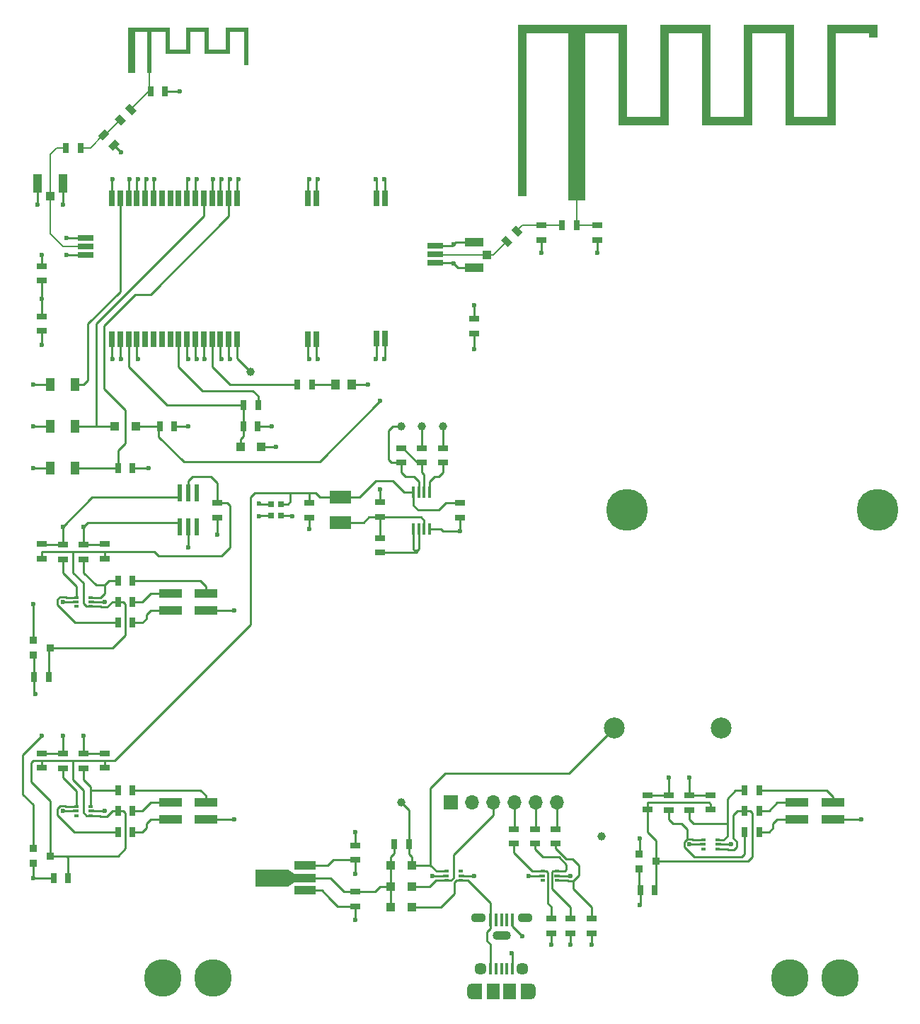
<source format=gbr>
G04 #@! TF.FileFunction,Copper,L1,Top,Signal*
%FSLAX46Y46*%
G04 Gerber Fmt 4.6, Leading zero omitted, Abs format (unit mm)*
G04 Created by KiCad (PCBNEW 4.0.7-e2-6376~61~ubuntu18.04.1) date Thu Aug  9 16:35:42 2018*
%MOMM*%
%LPD*%
G01*
G04 APERTURE LIST*
%ADD10C,0.100000*%
%ADD11R,2.500000X1.000000*%
%ADD12R,4.000000X2.000000*%
%ADD13R,2.200000X1.000000*%
%ADD14R,1.000000X1.000000*%
%ADD15R,0.450000X1.500000*%
%ADD16O,1.800000X1.100000*%
%ADD17O,2.200000X1.100000*%
%ADD18R,1.143000X0.800000*%
%ADD19R,0.800000X1.143000*%
%ADD20R,0.500000X0.375000*%
%ADD21R,0.650000X0.300000*%
%ADD22R,2.750000X1.000000*%
%ADD23R,1.700000X1.700000*%
%ADD24O,1.700000X1.700000*%
%ADD25R,1.000000X2.200000*%
%ADD26R,0.914400X0.914400*%
%ADD27C,1.000000*%
%ADD28R,0.500000X2.000000*%
%ADD29R,0.450000X1.450000*%
%ADD30R,0.900000X0.500000*%
%ADD31R,0.500000X0.500000*%
%ADD32R,2.600000X1.500000*%
%ADD33R,1.500000X1.900000*%
%ADD34C,1.450000*%
%ADD35R,0.400000X1.350000*%
%ADD36O,1.200000X1.900000*%
%ADD37R,1.200000X1.900000*%
%ADD38C,4.500000*%
%ADD39R,0.700000X0.750000*%
%ADD40R,1.000000X1.500000*%
%ADD41R,1.850000X0.700000*%
%ADD42R,0.700000X1.850000*%
%ADD43R,1.000000X1.198880*%
%ADD44C,2.500000*%
%ADD45C,5.000000*%
%ADD46C,0.600000*%
%ADD47C,0.250000*%
%ADD48C,0.190000*%
G04 APERTURE END LIST*
D10*
G36*
X115300000Y-24990000D02*
X117300000Y-24990000D01*
X117300000Y-22350000D01*
X120000000Y-22350000D01*
X120000000Y-24990000D01*
X122000000Y-24990000D01*
X122000000Y-22350000D01*
X124700000Y-22350000D01*
X124700000Y-26790000D01*
X124200000Y-26790000D01*
X124200000Y-22850000D01*
X122500000Y-22850000D01*
X122500000Y-25490000D01*
X119500000Y-25490000D01*
X119500000Y-22850000D01*
X117800000Y-22850000D01*
X117800000Y-25490000D01*
X114800000Y-25490000D01*
X114800000Y-22850000D01*
X113100000Y-22850000D01*
X113100000Y-27750000D01*
X112600000Y-27750000D01*
X112600000Y-22850000D01*
X111200000Y-22850000D01*
X111200000Y-27750000D01*
X110300000Y-27750000D01*
X110300000Y-27506785D01*
X110602417Y-27506785D01*
X110612258Y-27554395D01*
X110636326Y-27596797D01*
X110674269Y-27629581D01*
X110682181Y-27633935D01*
X110724844Y-27646043D01*
X110773363Y-27645300D01*
X110818878Y-27632400D01*
X110837489Y-27621787D01*
X110871132Y-27586553D01*
X110891691Y-27541368D01*
X110898222Y-27491842D01*
X110889782Y-27443583D01*
X110872888Y-27411357D01*
X110837628Y-27378687D01*
X110792318Y-27358592D01*
X110742733Y-27352018D01*
X110694647Y-27359908D01*
X110661755Y-27376814D01*
X110626815Y-27413584D01*
X110607153Y-27458378D01*
X110602417Y-27506785D01*
X110300000Y-27506785D01*
X110300000Y-22350000D01*
X115300000Y-22350000D01*
X115300000Y-24990000D01*
X115300000Y-24990000D01*
G37*
G36*
X163000000Y-43000000D02*
X165000000Y-43000000D01*
X165000000Y-23000000D01*
X169000000Y-23000000D01*
X169000000Y-34000000D01*
X175000000Y-34000000D01*
X175000000Y-23000000D01*
X179000000Y-23000000D01*
X179000000Y-34000000D01*
X185000000Y-34000000D01*
X185000000Y-23000000D01*
X189000000Y-23000000D01*
X189000000Y-34000000D01*
X195000000Y-34000000D01*
X195000000Y-23000000D01*
X199000000Y-23000000D01*
X199000000Y-23500000D01*
X200000000Y-23500000D01*
X200000000Y-22000000D01*
X194000000Y-22000000D01*
X194000000Y-33000000D01*
X190000000Y-33000000D01*
X190000000Y-22000000D01*
X184000000Y-22000000D01*
X184000000Y-33000000D01*
X180000000Y-33000000D01*
X180000000Y-22000000D01*
X174000000Y-22000000D01*
X174000000Y-33000000D01*
X170000000Y-33000000D01*
X170000000Y-22000000D01*
X157000000Y-22000000D01*
X157000000Y-42500000D01*
X158000000Y-42500000D01*
X158000000Y-23000000D01*
X163000000Y-23000000D01*
X163000000Y-43000000D01*
X163000000Y-43000000D01*
G37*
D11*
X131480000Y-125500000D03*
X131480000Y-124000000D03*
X131480000Y-122500000D03*
D12*
X127520000Y-124000000D03*
D10*
G36*
X129495000Y-123000000D02*
X130245000Y-123500000D01*
X130245000Y-124500000D01*
X129495000Y-125000000D01*
X129495000Y-123000000D01*
X129495000Y-123000000D01*
G37*
D13*
X151750000Y-48000000D03*
X151750000Y-51000000D03*
D14*
X153250000Y-49500000D03*
D15*
X155000000Y-129000000D03*
X155650000Y-129000000D03*
X154350000Y-129000000D03*
X156300000Y-129000000D03*
X153700000Y-129000000D03*
D16*
X152200000Y-128750000D03*
X157800000Y-128750000D03*
D17*
X155000000Y-130900000D03*
D18*
X121000000Y-79150000D03*
X121000000Y-80900000D03*
D19*
X113000000Y-30000000D03*
X114750000Y-30000000D03*
D10*
G36*
X106712005Y-35270228D02*
X107520228Y-34462005D01*
X108085913Y-35027690D01*
X107277690Y-35835913D01*
X106712005Y-35270228D01*
X106712005Y-35270228D01*
G37*
G36*
X107949442Y-36507665D02*
X108757665Y-35699442D01*
X109323350Y-36265127D01*
X108515127Y-37073350D01*
X107949442Y-36507665D01*
X107949442Y-36507665D01*
G37*
D18*
X100000000Y-58600000D03*
X100000000Y-56850000D03*
X137500000Y-125650000D03*
X137500000Y-127400000D03*
X137500000Y-121850000D03*
X137500000Y-120100000D03*
X150000000Y-79150000D03*
X150000000Y-80900000D03*
X159750000Y-46000000D03*
X159750000Y-47750000D03*
X166500000Y-46000000D03*
X166500000Y-47750000D03*
D20*
X180850000Y-120537500D03*
X180850000Y-119462500D03*
D21*
X179075000Y-120000000D03*
X180925000Y-120000000D03*
D20*
X179150000Y-119462500D03*
X179150000Y-120537500D03*
X105850000Y-91537500D03*
X105850000Y-90462500D03*
D21*
X104075000Y-91000000D03*
X105925000Y-91000000D03*
D20*
X104150000Y-90462500D03*
X104150000Y-91537500D03*
X150100000Y-124287500D03*
X150100000Y-123212500D03*
D21*
X148325000Y-123750000D03*
X150175000Y-123750000D03*
D20*
X148400000Y-123212500D03*
X148400000Y-124287500D03*
X161600000Y-124287500D03*
X161600000Y-123212500D03*
D21*
X159825000Y-123750000D03*
X161675000Y-123750000D03*
D20*
X159900000Y-123212500D03*
X159900000Y-124287500D03*
X105850000Y-116537500D03*
X105850000Y-115462500D03*
D21*
X104075000Y-116000000D03*
X105925000Y-116000000D03*
D20*
X104150000Y-115462500D03*
X104150000Y-116537500D03*
D22*
X190375000Y-115000000D03*
X194625000Y-115000000D03*
X190375000Y-117000000D03*
X194625000Y-117000000D03*
X115375000Y-90000000D03*
X119625000Y-90000000D03*
X115375000Y-92000000D03*
X119625000Y-92000000D03*
D23*
X148920000Y-115000000D03*
D24*
X151460000Y-115000000D03*
X154000000Y-115000000D03*
X156540000Y-115000000D03*
X159080000Y-115000000D03*
X161620000Y-115000000D03*
D25*
X102500000Y-41000000D03*
X99500000Y-41000000D03*
D14*
X101000000Y-42500000D03*
D22*
X115375000Y-115000000D03*
X119625000Y-115000000D03*
X115375000Y-117000000D03*
X119625000Y-117000000D03*
D19*
X185850000Y-116000000D03*
X184100000Y-116000000D03*
X185850000Y-113500000D03*
X184100000Y-113500000D03*
X185850000Y-118500000D03*
X184100000Y-118500000D03*
X110850000Y-91000000D03*
X109100000Y-91000000D03*
X110850000Y-88500000D03*
X109100000Y-88500000D03*
X110850000Y-93500000D03*
X109100000Y-93500000D03*
D10*
G36*
X109520228Y-34037995D02*
X108712005Y-33229772D01*
X109277690Y-32664087D01*
X110085913Y-33472310D01*
X109520228Y-34037995D01*
X109520228Y-34037995D01*
G37*
G36*
X110757665Y-32800558D02*
X109949442Y-31992335D01*
X110515127Y-31426650D01*
X111323350Y-32234873D01*
X110757665Y-32800558D01*
X110757665Y-32800558D01*
G37*
D19*
X162250000Y-46000000D03*
X164000000Y-46000000D03*
X110850000Y-116000000D03*
X109100000Y-116000000D03*
X110850000Y-113500000D03*
X109100000Y-113500000D03*
X110850000Y-118500000D03*
X109100000Y-118500000D03*
D26*
X171484000Y-122889000D03*
X171484000Y-121111000D03*
X173516000Y-122000000D03*
X98984000Y-97389000D03*
X98984000Y-95611000D03*
X101016000Y-96500000D03*
X98984000Y-122278000D03*
X98984000Y-120500000D03*
X101016000Y-121389000D03*
D18*
X180000000Y-115850000D03*
X180000000Y-114100000D03*
X107500000Y-85850000D03*
X107500000Y-84100000D03*
X172500000Y-115850000D03*
X172500000Y-114100000D03*
X100000000Y-85850000D03*
X100000000Y-84100000D03*
X177500000Y-114150000D03*
X177500000Y-115900000D03*
X175000000Y-114150000D03*
X175000000Y-115900000D03*
X105000000Y-84150000D03*
X105000000Y-85900000D03*
X102500000Y-84150000D03*
X102500000Y-85900000D03*
D19*
X173350000Y-125500000D03*
X171600000Y-125500000D03*
X100850000Y-100000000D03*
X99100000Y-100000000D03*
X115850000Y-70000000D03*
X114100000Y-70000000D03*
X102900000Y-36750000D03*
X104650000Y-36750000D03*
X142150000Y-120000000D03*
X143900000Y-120000000D03*
D18*
X140500000Y-80850000D03*
X140500000Y-79100000D03*
X100000000Y-52600000D03*
X100000000Y-50850000D03*
D10*
G36*
X156729772Y-45962005D02*
X157537995Y-46770228D01*
X156972310Y-47335913D01*
X156164087Y-46527690D01*
X156729772Y-45962005D01*
X156729772Y-45962005D01*
G37*
G36*
X155492335Y-47199442D02*
X156300558Y-48007665D01*
X155734873Y-48573350D01*
X154926650Y-47765127D01*
X155492335Y-47199442D01*
X155492335Y-47199442D01*
G37*
D18*
X151750000Y-57150000D03*
X151750000Y-58900000D03*
D19*
X132350000Y-65000000D03*
X130600000Y-65000000D03*
X125850000Y-70000000D03*
X124100000Y-70000000D03*
X124150000Y-67500000D03*
X125900000Y-67500000D03*
D18*
X148000000Y-74350000D03*
X148000000Y-72600000D03*
X145500000Y-74350000D03*
X145500000Y-72600000D03*
X143000000Y-74350000D03*
X143000000Y-72600000D03*
D19*
X101400000Y-124000000D03*
X103150000Y-124000000D03*
D18*
X105000000Y-109150000D03*
X105000000Y-110900000D03*
X102500000Y-109150000D03*
X102500000Y-110900000D03*
X100000000Y-110850000D03*
X100000000Y-109100000D03*
X107500000Y-110850000D03*
X107500000Y-109100000D03*
D27*
X143000000Y-115000000D03*
X167000000Y-119000000D03*
X145500000Y-70000000D03*
X148000000Y-70000000D03*
X143000000Y-70000000D03*
D28*
X117500000Y-82000000D03*
X118500000Y-82000000D03*
X118500000Y-78000000D03*
X117500000Y-78000000D03*
X116500000Y-78000000D03*
X116500000Y-82000000D03*
D29*
X144453362Y-82258194D03*
X145103362Y-82258194D03*
X145753362Y-82258194D03*
X146403362Y-82258194D03*
X146403362Y-77858194D03*
X145753362Y-77858194D03*
X145103362Y-77858194D03*
X144453362Y-77858194D03*
D30*
X110750000Y-27500000D03*
D31*
X112850000Y-27500000D03*
D27*
X125000000Y-63500000D03*
D32*
X135750000Y-78500000D03*
X135750000Y-81500000D03*
D18*
X132000000Y-79150000D03*
X132000000Y-80900000D03*
X161500000Y-118150000D03*
X161500000Y-119900000D03*
X159000000Y-118150000D03*
X159000000Y-119900000D03*
X156500000Y-118150000D03*
X156500000Y-119900000D03*
D19*
X110850000Y-75000000D03*
X109100000Y-75000000D03*
D18*
X165750000Y-130600000D03*
X165750000Y-128850000D03*
X163250000Y-130600000D03*
X163250000Y-128850000D03*
X161000000Y-130600000D03*
X161000000Y-128850000D03*
X140500000Y-85100000D03*
X140500000Y-83350000D03*
D33*
X156000000Y-137600000D03*
D34*
X152500000Y-134900000D03*
D35*
X154350000Y-134900000D03*
X153700000Y-134900000D03*
X156300000Y-134900000D03*
X155650000Y-134900000D03*
X155000000Y-134900000D03*
D34*
X157500000Y-134900000D03*
D33*
X154000000Y-137600000D03*
D36*
X151500000Y-137600000D03*
X158500000Y-137600000D03*
D37*
X157900000Y-137600000D03*
X152100000Y-137600000D03*
D14*
X157500000Y-42000000D03*
D31*
X164000000Y-42000000D03*
D38*
X189500000Y-136000000D03*
X195500000Y-136000000D03*
X114500000Y-136000000D03*
X120500000Y-136000000D03*
D39*
X128600000Y-79325000D03*
X127400000Y-79325000D03*
X127400000Y-80675000D03*
X128600000Y-80675000D03*
D40*
X104000000Y-65000000D03*
X101000000Y-65000000D03*
X104000000Y-70000000D03*
X101000000Y-70000000D03*
X104000000Y-75000000D03*
X101000000Y-75000000D03*
D14*
X111250000Y-70000000D03*
X108750000Y-70000000D03*
X141750000Y-122500000D03*
X144250000Y-122500000D03*
X141750000Y-127500000D03*
X144250000Y-127500000D03*
X141750000Y-125000000D03*
X144250000Y-125000000D03*
X126250000Y-72500000D03*
X123750000Y-72500000D03*
D41*
X147075000Y-50437000D03*
X105255000Y-47520000D03*
D42*
X131820000Y-42725000D03*
X141060000Y-59525000D03*
D41*
X147075000Y-48437000D03*
D42*
X141060000Y-42725000D03*
X132820000Y-42725000D03*
X108370000Y-59575000D03*
X123370000Y-42725000D03*
X122370000Y-42725000D03*
X121370000Y-42725000D03*
X120370000Y-42725000D03*
X119370000Y-42725000D03*
X118370000Y-42725000D03*
X117370000Y-42725000D03*
X116370000Y-42725000D03*
X115370000Y-42725000D03*
X114370000Y-42725000D03*
X113370000Y-42725000D03*
X112370000Y-42725000D03*
X111370000Y-42725000D03*
X110370000Y-42725000D03*
X109370000Y-42725000D03*
X108370000Y-42725000D03*
X109370000Y-59575000D03*
X110370000Y-59575000D03*
X111370000Y-59575000D03*
X112370000Y-59575000D03*
X113370000Y-59575000D03*
X114370000Y-59575000D03*
X115370000Y-59575000D03*
X116370000Y-59575000D03*
X117370000Y-59575000D03*
X118370000Y-59575000D03*
X119370000Y-59575000D03*
X120370000Y-59575000D03*
X121370000Y-59575000D03*
X122370000Y-59575000D03*
X123370000Y-59575000D03*
X131820000Y-59575000D03*
X140060000Y-42725000D03*
D41*
X105255000Y-48520000D03*
X105255000Y-49520000D03*
D42*
X140060000Y-59525000D03*
X132820000Y-59575000D03*
D41*
X147075000Y-49437000D03*
D43*
X135150000Y-65000000D03*
X137050000Y-65000000D03*
D44*
X168500000Y-106100000D03*
X181300000Y-106100000D03*
D45*
X170000000Y-80000000D03*
X200000000Y-80000000D03*
D46*
X100000000Y-49500000D03*
X103000000Y-49500000D03*
X103000000Y-47500000D03*
X109500000Y-37250000D03*
X99500000Y-43500000D03*
X102500000Y-43500000D03*
X116500000Y-30000000D03*
X166500000Y-49250000D03*
X159750000Y-49250000D03*
X151750000Y-55500000D03*
X149250000Y-50500000D03*
X149250000Y-48250000D03*
X127500000Y-70000000D03*
X126000000Y-79250000D03*
X146750000Y-123750000D03*
X151750000Y-123750000D03*
X163250000Y-123750000D03*
X158250000Y-123750000D03*
X132000000Y-82250000D03*
X157500000Y-131000000D03*
X156250000Y-133000000D03*
X137500000Y-129000000D03*
X137500000Y-118500000D03*
X121000000Y-83000000D03*
X117500000Y-84500000D03*
X141000000Y-40500000D03*
X140000000Y-40500000D03*
X133000000Y-40500000D03*
X132000000Y-40500000D03*
X123500000Y-40500000D03*
X108500000Y-40500000D03*
X109500000Y-62000000D03*
X108500000Y-62000000D03*
X122500000Y-62000000D03*
X141000000Y-62000000D03*
X140000000Y-62000000D03*
X132000000Y-62000000D03*
X133000000Y-62000000D03*
X100000000Y-54750000D03*
X99000000Y-70000000D03*
X99000000Y-75000000D03*
X198000000Y-117000000D03*
X182500000Y-120000000D03*
X177500000Y-120000000D03*
X123000000Y-92000000D03*
X102500000Y-91000000D03*
X107500000Y-91000000D03*
X123000000Y-117000000D03*
X102500000Y-116000000D03*
X107500000Y-116000000D03*
X151750000Y-60750000D03*
X140500000Y-77500000D03*
X150000000Y-82500000D03*
X128000000Y-72500000D03*
X112750000Y-75000000D03*
X99250000Y-102000000D03*
X171500000Y-127250000D03*
X137500000Y-123500000D03*
X100000000Y-60250000D03*
X117500000Y-70000000D03*
X121500000Y-62000000D03*
X99000000Y-65000000D03*
X99000000Y-124000000D03*
X139000000Y-65000000D03*
X161000000Y-132000000D03*
X140500000Y-67000000D03*
X121500000Y-40500000D03*
X122500000Y-40500000D03*
X165750000Y-132000000D03*
X120500000Y-40500000D03*
X163250000Y-132000000D03*
X171500000Y-119250000D03*
X113500000Y-40500000D03*
X99000000Y-91250000D03*
X112500000Y-40500000D03*
X118500000Y-40500000D03*
X177500000Y-112000000D03*
X117500000Y-40500000D03*
X175000000Y-112000000D03*
X111500000Y-40500000D03*
X105000000Y-82000000D03*
X110500000Y-40500000D03*
X102500000Y-82000000D03*
X111500000Y-62000000D03*
X144750000Y-85000000D03*
X100000000Y-107000000D03*
X119500000Y-62000000D03*
X130000000Y-80750000D03*
X102500000Y-107000000D03*
X117500000Y-62000000D03*
X126000000Y-80750000D03*
X105000000Y-107000000D03*
X118500000Y-62000000D03*
D47*
X100000000Y-50850000D02*
X100000000Y-49500000D01*
X104830000Y-49520000D02*
X103020000Y-49520000D01*
X103020000Y-49520000D02*
X103000000Y-49500000D01*
X104830000Y-47520000D02*
X103020000Y-47520000D01*
X103020000Y-47520000D02*
X103000000Y-47500000D01*
X108636396Y-36386396D02*
X109500000Y-37250000D01*
X99500000Y-41000000D02*
X99500000Y-43500000D01*
X102500000Y-41000000D02*
X102500000Y-43500000D01*
X114750000Y-30000000D02*
X116500000Y-30000000D01*
D48*
X110636396Y-32113604D02*
X112750000Y-30000000D01*
X112750000Y-30000000D02*
X113000000Y-30000000D01*
X112850000Y-27500000D02*
X112850000Y-29850000D01*
D47*
X112850000Y-29850000D02*
X113000000Y-30000000D01*
X113000000Y-30171500D02*
X113000000Y-30000000D01*
X151750000Y-57150000D02*
X151750000Y-55500000D01*
X151750000Y-51000000D02*
X149750000Y-51000000D01*
X149750000Y-51000000D02*
X149250000Y-50500000D01*
X151750000Y-48000000D02*
X149500000Y-48000000D01*
X149500000Y-48000000D02*
X149250000Y-48250000D01*
X166500000Y-47750000D02*
X166500000Y-49250000D01*
X159750000Y-47750000D02*
X159750000Y-49250000D01*
X147500000Y-50437000D02*
X149187000Y-50437000D01*
X149187000Y-50437000D02*
X149250000Y-50500000D01*
X147500000Y-48437000D02*
X149063000Y-48437000D01*
X149063000Y-48437000D02*
X149250000Y-48250000D01*
D48*
X164000000Y-46000000D02*
X166500000Y-46000000D01*
X164000000Y-46000000D02*
X164000000Y-42000000D01*
D47*
X146500000Y-122462500D02*
X146462500Y-122500000D01*
X146462500Y-122500000D02*
X144250000Y-122500000D01*
X143900000Y-120000000D02*
X143900000Y-115900000D01*
X143900000Y-115900000D02*
X143000000Y-115000000D01*
X143900000Y-121150000D02*
X143900000Y-120000000D01*
X144250000Y-122500000D02*
X144250000Y-121500000D01*
X144250000Y-121500000D02*
X143900000Y-121150000D01*
X147250000Y-123212500D02*
X146500000Y-122462500D01*
X146500000Y-113250000D02*
X146500000Y-122462500D01*
X168500000Y-106100000D02*
X163100000Y-111500000D01*
X163100000Y-111500000D02*
X148250000Y-111500000D01*
X148250000Y-111500000D02*
X146500000Y-113250000D01*
X147250000Y-123212500D02*
X148400000Y-123212500D01*
X125850000Y-70000000D02*
X127500000Y-70000000D01*
X134300000Y-126300000D02*
X134750000Y-126750000D01*
X134750000Y-126750000D02*
X135400000Y-127400000D01*
X131480000Y-125500000D02*
X133500000Y-125500000D01*
X133500000Y-125500000D02*
X134750000Y-126750000D01*
X127400000Y-79325000D02*
X126075000Y-79325000D01*
X126075000Y-79325000D02*
X126000000Y-79250000D01*
X151750000Y-58900000D02*
X151750000Y-60750000D01*
X148325000Y-123750000D02*
X146750000Y-123750000D01*
X150175000Y-123750000D02*
X151750000Y-123750000D01*
X161675000Y-123750000D02*
X163250000Y-123750000D01*
X159825000Y-123750000D02*
X158250000Y-123750000D01*
X132000000Y-80900000D02*
X132000000Y-82250000D01*
X156300000Y-129000000D02*
X156300000Y-129800000D01*
X156300000Y-129800000D02*
X157500000Y-131000000D01*
X156300000Y-134900000D02*
X156300000Y-133050000D01*
X156300000Y-133050000D02*
X156250000Y-133000000D01*
X137500000Y-127400000D02*
X137500000Y-129000000D01*
X135400000Y-127400000D02*
X137500000Y-127400000D01*
X137500000Y-120100000D02*
X137500000Y-118500000D01*
X121000000Y-80900000D02*
X121000000Y-83000000D01*
X117500000Y-81500000D02*
X117500000Y-84500000D01*
X141060000Y-42300000D02*
X141060000Y-40560000D01*
X141060000Y-40560000D02*
X141000000Y-40500000D01*
X140060000Y-42300000D02*
X140060000Y-40560000D01*
X140060000Y-40560000D02*
X140000000Y-40500000D01*
X132820000Y-42300000D02*
X132820000Y-40680000D01*
X132820000Y-40680000D02*
X133000000Y-40500000D01*
X131820000Y-42300000D02*
X131820000Y-40680000D01*
X131820000Y-40680000D02*
X132000000Y-40500000D01*
X123370000Y-42300000D02*
X123370000Y-40630000D01*
X123370000Y-40630000D02*
X123500000Y-40500000D01*
X108370000Y-42300000D02*
X108370000Y-40630000D01*
X108370000Y-40630000D02*
X108500000Y-40500000D01*
X109370000Y-60000000D02*
X109370000Y-61870000D01*
X109370000Y-61870000D02*
X109500000Y-62000000D01*
X108370000Y-60000000D02*
X108370000Y-61870000D01*
X108370000Y-61870000D02*
X108500000Y-62000000D01*
X122370000Y-60000000D02*
X122370000Y-61870000D01*
X122370000Y-61870000D02*
X122500000Y-62000000D01*
X141060000Y-59950000D02*
X141060000Y-61940000D01*
X141060000Y-61940000D02*
X141000000Y-62000000D01*
X140060000Y-59950000D02*
X140060000Y-61940000D01*
X140060000Y-61940000D02*
X140000000Y-62000000D01*
X131820000Y-60000000D02*
X131820000Y-61820000D01*
X131820000Y-61820000D02*
X132000000Y-62000000D01*
X132820000Y-60000000D02*
X132820000Y-61820000D01*
X132820000Y-61820000D02*
X133000000Y-62000000D01*
X100000000Y-56850000D02*
X100000000Y-54750000D01*
X100000000Y-52600000D02*
X100000000Y-54750000D01*
X101000000Y-70000000D02*
X99000000Y-70000000D01*
X101000000Y-75000000D02*
X99000000Y-75000000D01*
X194625000Y-117000000D02*
X198000000Y-117000000D01*
X180925000Y-120000000D02*
X182500000Y-120000000D01*
X179075000Y-120000000D02*
X177500000Y-120000000D01*
X119625000Y-92000000D02*
X123000000Y-92000000D01*
X104075000Y-91000000D02*
X102500000Y-91000000D01*
X105925000Y-91000000D02*
X107500000Y-91000000D01*
X119625000Y-117000000D02*
X123000000Y-117000000D01*
X104075000Y-116000000D02*
X102500000Y-116000000D01*
X105925000Y-116000000D02*
X107500000Y-116000000D01*
X140500000Y-79100000D02*
X140500000Y-77500000D01*
X147758194Y-82258194D02*
X148000000Y-82500000D01*
X148000000Y-82500000D02*
X150000000Y-82500000D01*
X146403362Y-82258194D02*
X147758194Y-82258194D01*
X150000000Y-80900000D02*
X150000000Y-82500000D01*
X117500000Y-78500000D02*
X117500000Y-76500000D01*
X117500000Y-76500000D02*
X118000000Y-76000000D01*
X118000000Y-76000000D02*
X120250000Y-76000000D01*
X121000000Y-76750000D02*
X121000000Y-79150000D01*
X120250000Y-76000000D02*
X121000000Y-76750000D01*
X109750000Y-91000000D02*
X109100000Y-91000000D01*
X110000000Y-95000000D02*
X110000000Y-91250000D01*
X109750000Y-91000000D02*
X110000000Y-91250000D01*
X101016000Y-96500000D02*
X108500000Y-96500000D01*
X108500000Y-96500000D02*
X110000000Y-95000000D01*
X100850000Y-100000000D02*
X100850000Y-96666000D01*
X100850000Y-96666000D02*
X101016000Y-96500000D01*
X103750000Y-85000000D02*
X107500000Y-85000000D01*
X107500000Y-85000000D02*
X113500000Y-85000000D01*
X107500000Y-85850000D02*
X107500000Y-85000000D01*
X113500000Y-85000000D02*
X114000000Y-85500000D01*
X100000000Y-85850000D02*
X100000000Y-85000000D01*
X100000000Y-85000000D02*
X103750000Y-85000000D01*
X122150000Y-79150000D02*
X121000000Y-79150000D01*
X114000000Y-85500000D02*
X121500000Y-85500000D01*
X121500000Y-85500000D02*
X122500000Y-84500000D01*
X122500000Y-84500000D02*
X122500000Y-79500000D01*
X122500000Y-79500000D02*
X122150000Y-79150000D01*
X103750000Y-87500000D02*
X103750000Y-85000000D01*
X105000000Y-88750000D02*
X103750000Y-87500000D01*
X105000000Y-91187500D02*
X105000000Y-88750000D01*
X105850000Y-91537500D02*
X105350000Y-91537500D01*
X105350000Y-91537500D02*
X105000000Y-91187500D01*
X109100000Y-91000000D02*
X108450000Y-91000000D01*
X108450000Y-91000000D02*
X107824999Y-91625001D01*
X107037500Y-91537500D02*
X105850000Y-91537500D01*
X107824999Y-91625001D02*
X107125001Y-91625001D01*
X107125001Y-91625001D02*
X107037500Y-91537500D01*
D48*
X107398959Y-35148959D02*
X105797918Y-36750000D01*
X105797918Y-36750000D02*
X104650000Y-36750000D01*
X109398959Y-33351041D02*
X107601041Y-35148959D01*
X107601041Y-35148959D02*
X107398959Y-35148959D01*
D47*
X126250000Y-72500000D02*
X128000000Y-72500000D01*
X131480000Y-122500000D02*
X134200000Y-122500000D01*
X134200000Y-122500000D02*
X134850000Y-121850000D01*
X134850000Y-121850000D02*
X137500000Y-121850000D01*
X99100000Y-100000000D02*
X99100000Y-101850000D01*
X99100000Y-101850000D02*
X99250000Y-102000000D01*
X110850000Y-75000000D02*
X112750000Y-75000000D01*
X99100000Y-100000000D02*
X99100000Y-97505000D01*
X99100000Y-97505000D02*
X98984000Y-97389000D01*
X101400000Y-124000000D02*
X99000000Y-124000000D01*
X171600000Y-125500000D02*
X171600000Y-127150000D01*
X171600000Y-127150000D02*
X171500000Y-127250000D01*
X171484000Y-122889000D02*
X171484000Y-125384000D01*
X171484000Y-125384000D02*
X171600000Y-125500000D01*
X137500000Y-121850000D02*
X137500000Y-123500000D01*
X100000000Y-58600000D02*
X100000000Y-60250000D01*
X115850000Y-70000000D02*
X117500000Y-70000000D01*
X121370000Y-60000000D02*
X121370000Y-61870000D01*
X121370000Y-61870000D02*
X121500000Y-62000000D01*
X101000000Y-65000000D02*
X99000000Y-65000000D01*
X98984000Y-122278000D02*
X98984000Y-123984000D01*
X98984000Y-123984000D02*
X99000000Y-124000000D01*
X137000000Y-65000000D02*
X139000000Y-65000000D01*
X142150000Y-120000000D02*
X142150000Y-121100000D01*
X142150000Y-121100000D02*
X141750000Y-121500000D01*
X141750000Y-121500000D02*
X141750000Y-122500000D01*
X141750000Y-125000000D02*
X141750000Y-122500000D01*
X141750000Y-125000000D02*
X141750000Y-127500000D01*
X141750000Y-125000000D02*
X140500000Y-125000000D01*
X131480000Y-124000000D02*
X134500000Y-124000000D01*
X129870000Y-124000000D02*
X131480000Y-124000000D01*
X127520000Y-124000000D02*
X129870000Y-124000000D01*
X140500000Y-125000000D02*
X139850000Y-125650000D01*
X139850000Y-125650000D02*
X137500000Y-125650000D01*
X137500000Y-125650000D02*
X136150000Y-125650000D01*
X136150000Y-125650000D02*
X134500000Y-124000000D01*
X125000000Y-93750000D02*
X125000000Y-78500000D01*
X129750000Y-78000000D02*
X125500000Y-78000000D01*
X125500000Y-78000000D02*
X125000000Y-78500000D01*
X107500000Y-110000000D02*
X108750000Y-110000000D01*
X108750000Y-110000000D02*
X125000000Y-93750000D01*
X129750000Y-78000000D02*
X129750000Y-79000000D01*
X129750000Y-79000000D02*
X129425000Y-79325000D01*
X129425000Y-79325000D02*
X128600000Y-79325000D01*
X129750000Y-78000000D02*
X132000000Y-78000000D01*
X135750000Y-78500000D02*
X133250000Y-78500000D01*
X132000000Y-78000000D02*
X132750000Y-78000000D01*
X132750000Y-78000000D02*
X133250000Y-78500000D01*
X132000000Y-78000000D02*
X132000000Y-79150000D01*
X100000000Y-110000000D02*
X99000000Y-110000000D01*
X99000000Y-110000000D02*
X98750000Y-110250000D01*
X98750000Y-110250000D02*
X98750000Y-112500000D01*
X98750000Y-112500000D02*
X101016000Y-114766000D01*
X101016000Y-114766000D02*
X101016000Y-121389000D01*
X109111000Y-121389000D02*
X103000000Y-121389000D01*
X103000000Y-121389000D02*
X101016000Y-121389000D01*
X103150000Y-124000000D02*
X103150000Y-121539000D01*
X103150000Y-121539000D02*
X103000000Y-121389000D01*
X103750000Y-110000000D02*
X107500000Y-110000000D01*
X107500000Y-110850000D02*
X107500000Y-110000000D01*
X100000000Y-110850000D02*
X100000000Y-110000000D01*
X142000000Y-76500000D02*
X140000000Y-76500000D01*
X135750000Y-78500000D02*
X138000000Y-78500000D01*
X138000000Y-78500000D02*
X140000000Y-76500000D01*
X142000000Y-76500000D02*
X143358194Y-77858194D01*
X143358194Y-77858194D02*
X144453362Y-77858194D01*
X100000000Y-110000000D02*
X103750000Y-110000000D01*
X103750000Y-112250000D02*
X103750000Y-110000000D01*
X105000000Y-113500000D02*
X103750000Y-112250000D01*
X105000000Y-116187500D02*
X105000000Y-113500000D01*
X105850000Y-116537500D02*
X105350000Y-116537500D01*
X105350000Y-116537500D02*
X105000000Y-116187500D01*
X110000000Y-120500000D02*
X109111000Y-121389000D01*
X110000000Y-116250000D02*
X110000000Y-120500000D01*
X109100000Y-116000000D02*
X109750000Y-116000000D01*
X109750000Y-116000000D02*
X110000000Y-116250000D01*
X105850000Y-116537500D02*
X106962500Y-116537500D01*
X106962500Y-116537500D02*
X107050001Y-116625001D01*
X107050001Y-116625001D02*
X107800001Y-116625001D01*
X107800001Y-116625001D02*
X108425002Y-116000000D01*
X108425002Y-116000000D02*
X109100000Y-116000000D01*
X147500000Y-80000000D02*
X148350000Y-79150000D01*
X148350000Y-79150000D02*
X150000000Y-79150000D01*
X145000000Y-80000000D02*
X147500000Y-80000000D01*
X144453362Y-79453362D02*
X145000000Y-80000000D01*
X144453362Y-77858194D02*
X144453362Y-79453362D01*
D48*
X159750000Y-46000000D02*
X162250000Y-46000000D01*
X157500000Y-46000000D02*
X159750000Y-46000000D01*
X156851041Y-46648959D02*
X157500000Y-46000000D01*
D47*
X111250000Y-70000000D02*
X114100000Y-70000000D01*
X114100000Y-70000000D02*
X114000000Y-70100000D01*
X114000000Y-70100000D02*
X114000000Y-71250000D01*
X114000000Y-71250000D02*
X117000000Y-74250000D01*
X117000000Y-74250000D02*
X133250000Y-74250000D01*
X133250000Y-74250000D02*
X140500000Y-67000000D01*
X161000000Y-130600000D02*
X161000000Y-132000000D01*
X121370000Y-42300000D02*
X121370000Y-40630000D01*
X121370000Y-40630000D02*
X121500000Y-40500000D01*
X108750000Y-70000000D02*
X106500000Y-70000000D01*
X119370000Y-42300000D02*
X119370000Y-44880000D01*
X119370000Y-44880000D02*
X106500000Y-57750000D01*
X106500000Y-57750000D02*
X106500000Y-70000000D01*
X106500000Y-70000000D02*
X104000000Y-70000000D01*
X147750000Y-127500000D02*
X144250000Y-127500000D01*
X149387500Y-125862500D02*
X147750000Y-127500000D01*
X149387500Y-124500000D02*
X149387500Y-125862500D01*
X150962500Y-124287500D02*
X152750000Y-126075000D01*
X152775000Y-126075000D02*
X153700000Y-127000000D01*
X153700000Y-127000000D02*
X153700000Y-129000000D01*
X152750000Y-126075000D02*
X152775000Y-126075000D01*
X150100000Y-124287500D02*
X150962500Y-124287500D01*
X150100000Y-124287500D02*
X149600000Y-124287500D01*
X149600000Y-124287500D02*
X149387500Y-124500000D01*
X153250000Y-131500000D02*
X153700000Y-131950000D01*
X153700000Y-131950000D02*
X153700000Y-134900000D01*
X153250000Y-130450000D02*
X153250000Y-131500000D01*
X153700000Y-129000000D02*
X153700000Y-130000000D01*
X153700000Y-130000000D02*
X153250000Y-130450000D01*
X146425002Y-125000000D02*
X144250000Y-125000000D01*
X154000000Y-116500000D02*
X149250000Y-121250000D01*
X149250000Y-124000000D02*
X149250000Y-121250000D01*
X146425002Y-125000000D02*
X147137502Y-124287500D01*
X148400000Y-124287500D02*
X147137502Y-124287500D01*
X149250000Y-124000000D02*
X148962500Y-124287500D01*
X148962500Y-124287500D02*
X148400000Y-124287500D01*
X154000000Y-115000000D02*
X154000000Y-116500000D01*
X123750000Y-71500000D02*
X123750000Y-72500000D01*
X124100000Y-71150000D02*
X123750000Y-71500000D01*
X124100000Y-70000000D02*
X124100000Y-71150000D01*
X124150000Y-67500000D02*
X115000000Y-67500000D01*
X115000000Y-67500000D02*
X110370000Y-62870000D01*
X110370000Y-62870000D02*
X110370000Y-60000000D01*
X124150000Y-67500000D02*
X124150000Y-69950000D01*
X124150000Y-69950000D02*
X124100000Y-70000000D01*
X173516000Y-122000000D02*
X184500000Y-122000000D01*
X184500000Y-122000000D02*
X185000000Y-121500000D01*
X185000000Y-121500000D02*
X185000000Y-116250000D01*
X185000000Y-116250000D02*
X184750000Y-116000000D01*
X184750000Y-116000000D02*
X184100000Y-116000000D01*
X173516000Y-119516000D02*
X172500000Y-118500000D01*
X172500000Y-118500000D02*
X172500000Y-115850000D01*
X173516000Y-122000000D02*
X173516000Y-119516000D01*
X173516000Y-122000000D02*
X173516000Y-125334000D01*
X173516000Y-125334000D02*
X173350000Y-125500000D01*
X172500000Y-115000000D02*
X179800000Y-115000000D01*
X179800000Y-115000000D02*
X180000000Y-115200000D01*
X172500000Y-115850000D02*
X172500000Y-115000000D01*
X180000000Y-115200000D02*
X180000000Y-115850000D01*
X184100000Y-116000000D02*
X183250000Y-116000000D01*
X183250000Y-116000000D02*
X182750000Y-116500000D01*
X183125001Y-120300001D02*
X182800001Y-120625001D01*
X182750000Y-116500000D02*
X182750000Y-119250000D01*
X182750000Y-119250000D02*
X183125001Y-119625001D01*
X183125001Y-119625001D02*
X183125001Y-120300001D01*
X182800001Y-120625001D02*
X182125001Y-120625001D01*
X182125001Y-120625001D02*
X182037500Y-120537500D01*
X182037500Y-120537500D02*
X180850000Y-120537500D01*
X182000000Y-119000000D02*
X182000000Y-117500000D01*
X182000000Y-117500000D02*
X182000000Y-114500000D01*
X177500000Y-115900000D02*
X177500000Y-117000000D01*
X177500000Y-117000000D02*
X178000000Y-117500000D01*
X178000000Y-117500000D02*
X182000000Y-117500000D01*
X182000000Y-114500000D02*
X183000000Y-113500000D01*
X180850000Y-119462500D02*
X181537500Y-119462500D01*
X181537500Y-119462500D02*
X182000000Y-119000000D01*
X184100000Y-113500000D02*
X183000000Y-113500000D01*
X175500000Y-117500000D02*
X175000000Y-117000000D01*
X175000000Y-117000000D02*
X175000000Y-115900000D01*
X176500000Y-117500000D02*
X175500000Y-117500000D01*
X177199999Y-118199999D02*
X176500000Y-117500000D01*
X177199999Y-119374999D02*
X177199999Y-118199999D01*
X177800001Y-119374999D02*
X177887502Y-119462500D01*
X177887502Y-119462500D02*
X179150000Y-119462500D01*
X183750000Y-121500000D02*
X178074998Y-121500000D01*
X178074998Y-121500000D02*
X176874999Y-120300001D01*
X176874999Y-120300001D02*
X176874999Y-119699999D01*
X176874999Y-119699999D02*
X177199999Y-119374999D01*
X177199999Y-119374999D02*
X177800001Y-119374999D01*
X184100000Y-121150000D02*
X183750000Y-121500000D01*
X184100000Y-118500000D02*
X184100000Y-121150000D01*
X105000000Y-85900000D02*
X105000000Y-87500000D01*
X105000000Y-87500000D02*
X106500000Y-89000000D01*
X106500000Y-89000000D02*
X107500000Y-89000000D01*
X109100000Y-88500000D02*
X108000000Y-88500000D01*
X108000000Y-88500000D02*
X107500000Y-89000000D01*
X107037500Y-90462500D02*
X105850000Y-90462500D01*
X107500000Y-89000000D02*
X107500000Y-90000000D01*
X107500000Y-90000000D02*
X107037500Y-90462500D01*
X102500000Y-85900000D02*
X102500000Y-87500000D01*
X102500000Y-87500000D02*
X104150000Y-89150000D01*
X104150000Y-89150000D02*
X104150000Y-90462500D01*
X102874999Y-90374999D02*
X102962500Y-90462500D01*
X102962500Y-90462500D02*
X104150000Y-90462500D01*
X104000000Y-93500000D02*
X101874999Y-91374999D01*
X101874999Y-91374999D02*
X101874999Y-90699999D01*
X101874999Y-90699999D02*
X102199999Y-90374999D01*
X102199999Y-90374999D02*
X102874999Y-90374999D01*
X109100000Y-93500000D02*
X104000000Y-93500000D01*
X122370000Y-42300000D02*
X122370000Y-44880000D01*
X122370000Y-44880000D02*
X113000000Y-54250000D01*
X113000000Y-54250000D02*
X111200010Y-54250000D01*
X111200010Y-54250000D02*
X107450010Y-58000000D01*
X107450010Y-58000000D02*
X107450010Y-65500000D01*
X110000000Y-72000000D02*
X109100000Y-72900000D01*
X109100000Y-72900000D02*
X109100000Y-75000000D01*
X107450010Y-65500000D02*
X110000000Y-68049990D01*
X110000000Y-68049990D02*
X110000000Y-72000000D01*
X122370000Y-42300000D02*
X122370000Y-40630000D01*
X122370000Y-40630000D02*
X122500000Y-40500000D01*
X165750000Y-130600000D02*
X165750000Y-132000000D01*
X109100000Y-75000000D02*
X104000000Y-75000000D01*
X120370000Y-42300000D02*
X120370000Y-40630000D01*
X120370000Y-40630000D02*
X120500000Y-40500000D01*
X163250000Y-130600000D02*
X163250000Y-132000000D01*
X105850000Y-113100000D02*
X105850000Y-113500000D01*
X105850000Y-113500000D02*
X105850000Y-115462500D01*
X109100000Y-113500000D02*
X105850000Y-113500000D01*
X105000000Y-110900000D02*
X105000000Y-112250000D01*
X105000000Y-112250000D02*
X105850000Y-113100000D01*
X103874999Y-118500000D02*
X101874999Y-116500000D01*
X109100000Y-118500000D02*
X103874999Y-118500000D01*
X102887502Y-115462500D02*
X104150000Y-115462500D01*
X101874999Y-116500000D02*
X101874999Y-115699999D01*
X101874999Y-115699999D02*
X102199999Y-115374999D01*
X102199999Y-115374999D02*
X102800001Y-115374999D01*
X102800001Y-115374999D02*
X102887502Y-115462500D01*
X102500000Y-110900000D02*
X102500000Y-112000000D01*
X104150000Y-113650000D02*
X104150000Y-115462500D01*
X102500000Y-112000000D02*
X104150000Y-113650000D01*
X188000000Y-115000000D02*
X187000000Y-116000000D01*
X187000000Y-116000000D02*
X185850000Y-116000000D01*
X190375000Y-115000000D02*
X188000000Y-115000000D01*
X193875000Y-113500000D02*
X185850000Y-113500000D01*
X194625000Y-115000000D02*
X194625000Y-114250000D01*
X194625000Y-114250000D02*
X193875000Y-113500000D01*
X185850000Y-118500000D02*
X187000000Y-118500000D01*
X187000000Y-118500000D02*
X187500000Y-118000000D01*
X187500000Y-118000000D02*
X187500000Y-117500000D01*
X187500000Y-117500000D02*
X188000000Y-117000000D01*
X188000000Y-117000000D02*
X190375000Y-117000000D01*
X113000000Y-90000000D02*
X112000000Y-91000000D01*
X112000000Y-91000000D02*
X110850000Y-91000000D01*
X115375000Y-90000000D02*
X113000000Y-90000000D01*
X119625000Y-89125000D02*
X119000000Y-88500000D01*
X119000000Y-88500000D02*
X110850000Y-88500000D01*
X119625000Y-90000000D02*
X119625000Y-89125000D01*
X112500000Y-92500000D02*
X113000000Y-92000000D01*
X112500000Y-93000000D02*
X112500000Y-92500000D01*
X112000000Y-93500000D02*
X112500000Y-93000000D01*
X110850000Y-93500000D02*
X112000000Y-93500000D01*
X115375000Y-92000000D02*
X113000000Y-92000000D01*
D48*
X101000000Y-42500000D02*
X101000000Y-47000000D01*
X101000000Y-37500000D02*
X101000000Y-42500000D01*
X102520000Y-48520000D02*
X101000000Y-47000000D01*
X104830000Y-48520000D02*
X102520000Y-48520000D01*
X102900000Y-36750000D02*
X101750000Y-36750000D01*
X101750000Y-36750000D02*
X101000000Y-37500000D01*
D47*
X132350000Y-65000000D02*
X135250000Y-65000000D01*
X171500000Y-119250000D02*
X171500000Y-121095000D01*
X171500000Y-121095000D02*
X171484000Y-121111000D01*
X113370000Y-42300000D02*
X113370000Y-40630000D01*
X113370000Y-40630000D02*
X113500000Y-40500000D01*
X99000000Y-91250000D02*
X99000000Y-95595000D01*
X99000000Y-95595000D02*
X98984000Y-95611000D01*
X112370000Y-42300000D02*
X112370000Y-40630000D01*
X112370000Y-40630000D02*
X112500000Y-40500000D01*
X140500000Y-80850000D02*
X140500000Y-83350000D01*
X145350000Y-80850000D02*
X145753362Y-81253362D01*
X145753362Y-81253362D02*
X145753362Y-82258194D01*
X140500000Y-80850000D02*
X145350000Y-80850000D01*
X139150000Y-80850000D02*
X138500000Y-81500000D01*
X138500000Y-81500000D02*
X135750000Y-81500000D01*
X140500000Y-80850000D02*
X139150000Y-80850000D01*
X177500000Y-114150000D02*
X179950000Y-114150000D01*
X179950000Y-114150000D02*
X180000000Y-114100000D01*
X118370000Y-42300000D02*
X118370000Y-40630000D01*
X118370000Y-40630000D02*
X118500000Y-40500000D01*
X177500000Y-114150000D02*
X177500000Y-112000000D01*
X175000000Y-114150000D02*
X172550000Y-114150000D01*
X172550000Y-114150000D02*
X172500000Y-114100000D01*
X117370000Y-42300000D02*
X117370000Y-40630000D01*
X117370000Y-40630000D02*
X117500000Y-40500000D01*
X117500000Y-42170000D02*
X117370000Y-42300000D01*
X175000000Y-114150000D02*
X175000000Y-112000000D01*
X116500000Y-81500000D02*
X105500000Y-81500000D01*
X105500000Y-81500000D02*
X105000000Y-82000000D01*
X105000000Y-84150000D02*
X107450000Y-84150000D01*
X107450000Y-84150000D02*
X107500000Y-84100000D01*
X111370000Y-42300000D02*
X111370000Y-40630000D01*
X111370000Y-40630000D02*
X111500000Y-40500000D01*
X105000000Y-84150000D02*
X105000000Y-82000000D01*
X102500000Y-82000000D02*
X106000000Y-78500000D01*
X116500000Y-78500000D02*
X106000000Y-78500000D01*
X102500000Y-84150000D02*
X100050000Y-84150000D01*
X100050000Y-84150000D02*
X100000000Y-84100000D01*
X110370000Y-42300000D02*
X110370000Y-40630000D01*
X110370000Y-40630000D02*
X110500000Y-40500000D01*
X102500000Y-84150000D02*
X102500000Y-82000000D01*
X125900000Y-67500000D02*
X125900000Y-66400000D01*
X125900000Y-66400000D02*
X125250000Y-65750000D01*
X125250000Y-65750000D02*
X119250000Y-65750000D01*
X119250000Y-65750000D02*
X116370000Y-62870000D01*
X116370000Y-62870000D02*
X116370000Y-60000000D01*
X147000000Y-76000000D02*
X146403362Y-76596638D01*
X146403362Y-76596638D02*
X146403362Y-77858194D01*
X147500000Y-76000000D02*
X147000000Y-76000000D01*
X148000000Y-75500000D02*
X147500000Y-76000000D01*
X148000000Y-74350000D02*
X148000000Y-75500000D01*
X146403362Y-77858194D02*
X146403362Y-77358194D01*
X146403362Y-77358194D02*
X146428362Y-77333194D01*
X148000000Y-72600000D02*
X148000000Y-70000000D01*
X143000000Y-72600000D02*
X143171500Y-72600000D01*
X143171500Y-72600000D02*
X144921500Y-74350000D01*
X144921500Y-74350000D02*
X145500000Y-74350000D01*
X145500000Y-75500000D02*
X145753362Y-75753362D01*
X145753362Y-75753362D02*
X145753362Y-77858194D01*
X145500000Y-74350000D02*
X145500000Y-75500000D01*
X109370000Y-42300000D02*
X109370000Y-53880000D01*
X109370000Y-53880000D02*
X105500000Y-57750000D01*
X105500000Y-64500000D02*
X105000000Y-65000000D01*
X105500000Y-57750000D02*
X105500000Y-64500000D01*
X105000000Y-65000000D02*
X104000000Y-65000000D01*
X140500000Y-85100000D02*
X144650000Y-85100000D01*
X144650000Y-85100000D02*
X144750000Y-85000000D01*
X111370000Y-60000000D02*
X111370000Y-61870000D01*
X111370000Y-61870000D02*
X111500000Y-62000000D01*
X145103362Y-82258194D02*
X145103362Y-84646638D01*
X145103362Y-84646638D02*
X144750000Y-85000000D01*
X144453362Y-82258194D02*
X144453362Y-84703362D01*
X144453362Y-84703362D02*
X144750000Y-85000000D01*
X144453362Y-82258194D02*
X144453362Y-82758194D01*
X144453362Y-82758194D02*
X144428362Y-82783194D01*
X165750000Y-128850000D02*
X165750000Y-127500000D01*
X163550001Y-124375001D02*
X163550001Y-125300001D01*
X163550001Y-125300001D02*
X165750000Y-127500000D01*
X163000000Y-124375001D02*
X163550001Y-124375001D01*
X161500000Y-119900000D02*
X161500000Y-120500000D01*
X162750000Y-121750000D02*
X163500000Y-121750000D01*
X161500000Y-120500000D02*
X162750000Y-121750000D01*
X164250000Y-123675002D02*
X163550001Y-124375001D01*
X163500000Y-121750000D02*
X164250000Y-122500000D01*
X164250000Y-122500000D02*
X164250000Y-123675002D01*
X163000000Y-124375001D02*
X162912499Y-124287500D01*
X162912499Y-124287500D02*
X161600000Y-124287500D01*
X161600000Y-123212500D02*
X161100000Y-123212500D01*
X161100000Y-123212500D02*
X161024999Y-123287501D01*
X161024999Y-123287501D02*
X161024999Y-125274999D01*
X161024999Y-125274999D02*
X163250000Y-127500000D01*
X163250000Y-127500000D02*
X163250000Y-128850000D01*
X161600000Y-123212500D02*
X162537500Y-123212500D01*
X162537500Y-123212500D02*
X162750000Y-123000000D01*
X162750000Y-123000000D02*
X162750000Y-122386410D01*
X161863590Y-121500000D02*
X159950000Y-121500000D01*
X162750000Y-122386410D02*
X161863590Y-121500000D01*
X159000000Y-119900000D02*
X159000000Y-120550000D01*
X159000000Y-120550000D02*
X159950000Y-121500000D01*
X161000000Y-128850000D02*
X161000000Y-127500000D01*
X161000000Y-127500000D02*
X160500000Y-127000000D01*
X160500000Y-127000000D02*
X160500000Y-123364998D01*
X160500000Y-123364998D02*
X160347502Y-123212500D01*
X160347502Y-123212500D02*
X159900000Y-123212500D01*
X159900000Y-123212500D02*
X158712500Y-123212500D01*
X158712500Y-123212500D02*
X156500000Y-121000000D01*
X156500000Y-121000000D02*
X156500000Y-119900000D01*
X156540000Y-115000000D02*
X156540000Y-118110000D01*
X156540000Y-118110000D02*
X156500000Y-118150000D01*
X159080000Y-115000000D02*
X159080000Y-118070000D01*
X159080000Y-118070000D02*
X159000000Y-118150000D01*
X161620000Y-115000000D02*
X161620000Y-118030000D01*
X161620000Y-118030000D02*
X161500000Y-118150000D01*
D48*
X153250000Y-49500000D02*
X154000000Y-49500000D01*
X154000000Y-49500000D02*
X155613604Y-47886396D01*
D47*
X147500000Y-49437000D02*
X147563000Y-49500000D01*
D48*
X147563000Y-49500000D02*
X153250000Y-49500000D01*
D47*
X147500000Y-49437000D02*
X147537000Y-49400000D01*
X115375000Y-115000000D02*
X113000000Y-115000000D01*
X113000000Y-115000000D02*
X112000000Y-116000000D01*
X112000000Y-116000000D02*
X110850000Y-116000000D01*
X119625000Y-114125000D02*
X119000000Y-113500000D01*
X119000000Y-113500000D02*
X110850000Y-113500000D01*
X119625000Y-115000000D02*
X119625000Y-114125000D01*
X110850000Y-118500000D02*
X112000000Y-118500000D01*
X112000000Y-118500000D02*
X112500000Y-118000000D01*
X112500000Y-118000000D02*
X112500000Y-117500000D01*
X112500000Y-117500000D02*
X113000000Y-117000000D01*
X113000000Y-117000000D02*
X115375000Y-117000000D01*
X100000000Y-107000000D02*
X97750000Y-109250000D01*
X97750000Y-109250000D02*
X97750000Y-114000000D01*
X97750000Y-114000000D02*
X98984000Y-115234000D01*
X98984000Y-115234000D02*
X98984000Y-120500000D01*
X119370000Y-60000000D02*
X119370000Y-61870000D01*
X119370000Y-61870000D02*
X119500000Y-62000000D01*
X130600000Y-65000000D02*
X122500000Y-65000000D01*
X122500000Y-65000000D02*
X120370000Y-62870000D01*
X120370000Y-62870000D02*
X120370000Y-60000000D01*
X145500000Y-70000000D02*
X145500000Y-72600000D01*
X141500000Y-74000000D02*
X141850000Y-74350000D01*
X141850000Y-74350000D02*
X143000000Y-74350000D01*
X141500000Y-70500000D02*
X141500000Y-74000000D01*
X142000000Y-70000000D02*
X141500000Y-70500000D01*
X143000000Y-70000000D02*
X142000000Y-70000000D01*
X144500000Y-76000000D02*
X145103362Y-76603362D01*
X145103362Y-76603362D02*
X145103362Y-77858194D01*
X143500000Y-76000000D02*
X144500000Y-76000000D01*
X143000000Y-75500000D02*
X143500000Y-76000000D01*
X143000000Y-74350000D02*
X143000000Y-75500000D01*
X128600000Y-80675000D02*
X129925000Y-80675000D01*
X129925000Y-80675000D02*
X130000000Y-80750000D01*
X102500000Y-109150000D02*
X100050000Y-109150000D01*
X100050000Y-109150000D02*
X100000000Y-109100000D01*
X102500000Y-109150000D02*
X102500000Y-107000000D01*
X117370000Y-60000000D02*
X117370000Y-61870000D01*
X117370000Y-61870000D02*
X117500000Y-62000000D01*
X127400000Y-80675000D02*
X126075000Y-80675000D01*
X126075000Y-80675000D02*
X126000000Y-80750000D01*
X105000000Y-109150000D02*
X107450000Y-109150000D01*
X107450000Y-109150000D02*
X107500000Y-109100000D01*
X105000000Y-109150000D02*
X105000000Y-107000000D01*
X118370000Y-60000000D02*
X118370000Y-61870000D01*
X118370000Y-61870000D02*
X118500000Y-62000000D01*
X123370000Y-60000000D02*
X123370000Y-61870000D01*
X123370000Y-61870000D02*
X125000000Y-63500000D01*
M02*

</source>
